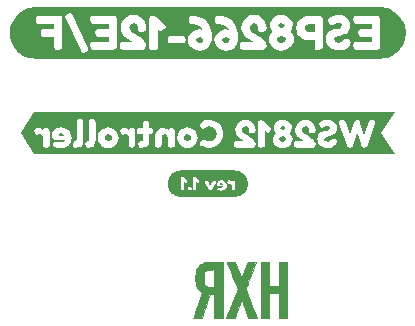
<source format=gbo>
G04 #@! TF.GenerationSoftware,KiCad,Pcbnew,(6.0.5-0)*
G04 #@! TF.CreationDate,2022-06-12T23:19:16+02:00*
G04 #@! TF.ProjectId,ESP8266-Breakout,45535038-3236-4362-9d42-7265616b6f75,1.1*
G04 #@! TF.SameCoordinates,PX2faf080PY2faf080*
G04 #@! TF.FileFunction,Legend,Bot*
G04 #@! TF.FilePolarity,Positive*
%FSLAX46Y46*%
G04 Gerber Fmt 4.6, Leading zero omitted, Abs format (unit mm)*
G04 Created by KiCad (PCBNEW (6.0.5-0)) date 2022-06-12 23:19:16*
%MOMM*%
%LPD*%
G01*
G04 APERTURE LIST*
%ADD10C,0.010000*%
%ADD11R,1.700000X1.700000*%
%ADD12O,1.700000X1.700000*%
G04 APERTURE END LIST*
G04 #@! TO.C,kibuzzard-62A6557D*
G36*
X22595979Y-28350238D02*
G01*
X22488658Y-28334318D01*
X22383415Y-28307956D01*
X22281263Y-28271406D01*
X22183185Y-28225018D01*
X22090126Y-28169241D01*
X22002982Y-28104611D01*
X21922593Y-28031750D01*
X21849732Y-27951361D01*
X21785102Y-27864217D01*
X21729325Y-27771158D01*
X21688939Y-27685769D01*
X22704475Y-27685769D01*
X22706856Y-27740538D01*
X22721938Y-27782606D01*
X22764006Y-27814753D01*
X22845763Y-27825469D01*
X22925534Y-27815150D01*
X22968000Y-27784194D01*
X22983081Y-27740538D01*
X22985463Y-27682594D01*
X22985463Y-27677831D01*
X23326775Y-27677831D01*
X23329156Y-27734188D01*
X23345825Y-27777844D01*
X23387695Y-27812372D01*
X23465681Y-27823881D01*
X23545453Y-27816341D01*
X23592681Y-27793719D01*
X23621918Y-27685769D01*
X23726825Y-27685769D01*
X23729206Y-27740538D01*
X23744288Y-27782606D01*
X23786356Y-27814753D01*
X23868113Y-27825469D01*
X23947884Y-27815150D01*
X23990350Y-27784194D01*
X24005431Y-27740538D01*
X24007813Y-27682594D01*
X24007813Y-27115856D01*
X24028450Y-27134906D01*
X24139575Y-27184119D01*
X24235619Y-27128556D01*
X24245298Y-27109506D01*
X24734888Y-27109506D01*
X24766638Y-27196819D01*
X25095250Y-27760381D01*
X25146050Y-27808800D01*
X25215106Y-27830231D01*
X25280194Y-27813563D01*
X25323850Y-27779431D01*
X25338138Y-27761969D01*
X25605730Y-27303975D01*
X25763588Y-27303975D01*
X25775692Y-27388906D01*
X25812006Y-27448438D01*
X25919163Y-27495269D01*
X26295400Y-27495269D01*
X26243013Y-27569881D01*
X26138238Y-27600044D01*
X26056084Y-27595281D01*
X25993775Y-27580994D01*
X25976313Y-27574644D01*
X25912813Y-27557181D01*
X25825500Y-27628619D01*
X25804863Y-27701644D01*
X25825996Y-27763457D01*
X25889397Y-27807609D01*
X25995065Y-27834101D01*
X26143000Y-27842931D01*
X26253927Y-27832811D01*
X26351756Y-27802450D01*
X26432917Y-27755420D01*
X26493838Y-27695294D01*
X26549400Y-27606217D01*
X26582738Y-27510438D01*
X26593850Y-27407956D01*
X26579474Y-27283514D01*
X26536347Y-27176887D01*
X26475390Y-27101569D01*
X26657350Y-27101569D01*
X26687513Y-27212694D01*
X26774825Y-27273019D01*
X26829594Y-27260319D01*
X26898650Y-27247619D01*
X26978819Y-27277781D01*
X27016125Y-27350806D01*
X27016125Y-27684181D01*
X27018506Y-27738950D01*
X27033588Y-27781019D01*
X27076450Y-27811975D01*
X27157413Y-27822294D01*
X27266950Y-27795306D01*
X27295525Y-27727044D01*
X27295525Y-27123794D01*
X27293144Y-27069025D01*
X27279650Y-27028544D01*
X27237581Y-26996397D01*
X27155825Y-26985681D01*
X27078434Y-26994809D01*
X27036763Y-27022194D01*
X27019300Y-27074581D01*
X26996281Y-27047594D01*
X26931988Y-27004731D01*
X26845469Y-26977744D01*
X26782763Y-26981712D01*
X26727200Y-26995206D01*
X26677194Y-27027750D01*
X26657350Y-27101569D01*
X26475390Y-27101569D01*
X26464469Y-27088075D01*
X26371071Y-27021488D01*
X26263385Y-26981536D01*
X26141413Y-26968219D01*
X26038423Y-26977942D01*
X25950119Y-27007112D01*
X25876498Y-27055730D01*
X25817563Y-27123794D01*
X25777081Y-27210114D01*
X25763588Y-27303975D01*
X25605730Y-27303975D01*
X25668338Y-27196819D01*
X25700088Y-27111094D01*
X25679450Y-27055928D01*
X25617538Y-27004731D01*
X25522288Y-26969806D01*
X25467519Y-26991237D01*
X25425450Y-27055531D01*
X25217488Y-27455581D01*
X25009525Y-27055531D01*
X24983331Y-27011875D01*
X24955550Y-26984887D01*
X24904750Y-26971394D01*
X24817438Y-27004731D01*
X24755525Y-27055531D01*
X24734888Y-27109506D01*
X24245298Y-27109506D01*
X24285625Y-27030131D01*
X24228475Y-26936469D01*
X23968125Y-26701519D01*
X23963363Y-26698344D01*
X23873669Y-26657069D01*
X23798263Y-26665006D01*
X23756988Y-26683262D01*
X23734763Y-26717394D01*
X23726825Y-26801531D01*
X23726825Y-27685769D01*
X23621918Y-27685769D01*
X23623638Y-27679419D01*
X23623638Y-27673069D01*
X23621256Y-27617506D01*
X23606175Y-27574644D01*
X23564305Y-27538925D01*
X23486319Y-27527019D01*
X23405158Y-27535353D01*
X23353763Y-27560356D01*
X23326775Y-27671481D01*
X23326775Y-27677831D01*
X22985463Y-27677831D01*
X22985463Y-27115856D01*
X23006100Y-27134906D01*
X23117225Y-27184119D01*
X23213269Y-27128556D01*
X23263275Y-27030131D01*
X23206125Y-26936469D01*
X22945775Y-26701519D01*
X22941013Y-26698344D01*
X22851319Y-26657069D01*
X22775913Y-26665006D01*
X22734638Y-26683262D01*
X22712413Y-26717394D01*
X22704475Y-26801531D01*
X22704475Y-27685769D01*
X21688939Y-27685769D01*
X21682937Y-27673080D01*
X21646386Y-27570928D01*
X21620024Y-27465684D01*
X21604105Y-27358364D01*
X21598781Y-27250000D01*
X21604105Y-27141636D01*
X21620024Y-27034316D01*
X21646386Y-26929072D01*
X21682937Y-26826920D01*
X21729325Y-26728842D01*
X21785102Y-26635783D01*
X21849732Y-26548639D01*
X21922593Y-26468250D01*
X22002982Y-26395389D01*
X22090126Y-26330759D01*
X22183185Y-26274982D01*
X22281263Y-26228594D01*
X22383415Y-26192044D01*
X22488658Y-26165682D01*
X22595979Y-26149762D01*
X22704343Y-26144439D01*
X27295657Y-26144439D01*
X27404021Y-26149762D01*
X27511342Y-26165682D01*
X27616585Y-26192044D01*
X27718737Y-26228594D01*
X27816815Y-26274982D01*
X27909874Y-26330759D01*
X27997018Y-26395389D01*
X28077407Y-26468250D01*
X28150268Y-26548639D01*
X28214898Y-26635783D01*
X28270675Y-26728842D01*
X28317063Y-26826920D01*
X28353614Y-26929072D01*
X28379976Y-27034316D01*
X28395895Y-27141636D01*
X28401219Y-27250000D01*
X28395895Y-27358364D01*
X28379976Y-27465684D01*
X28353614Y-27570928D01*
X28317063Y-27673080D01*
X28270675Y-27771158D01*
X28214898Y-27864217D01*
X28150268Y-27951361D01*
X28077407Y-28031750D01*
X27997018Y-28104611D01*
X27909874Y-28169241D01*
X27816815Y-28225018D01*
X27718737Y-28271406D01*
X27616585Y-28307956D01*
X27511342Y-28334318D01*
X27404021Y-28350238D01*
X27295657Y-28355561D01*
X22704343Y-28355561D01*
X22595979Y-28350238D01*
G37*
G36*
X26247775Y-27261113D02*
G01*
X26298575Y-27350806D01*
X26098550Y-27350806D01*
X26038225Y-27300006D01*
X26066006Y-27241269D01*
X26145381Y-27219044D01*
X26247775Y-27261113D01*
G37*
G04 #@! TO.C,kibuzzard-62A6554C*
G36*
X9141162Y-23000000D02*
G01*
X9296737Y-22766637D01*
X10318205Y-22766637D01*
X10378530Y-22988887D01*
X10553155Y-23109538D01*
X10662692Y-23084138D01*
X10800805Y-23058738D01*
X10961142Y-23119063D01*
X11035755Y-23265113D01*
X11035755Y-23931863D01*
X11040517Y-24041400D01*
X11070680Y-24125538D01*
X11156405Y-24187450D01*
X11318330Y-24208088D01*
X11537405Y-24154113D01*
X11594555Y-24017588D01*
X11594555Y-23171450D01*
X11800930Y-23171450D01*
X11825139Y-23341313D01*
X11897767Y-23460375D01*
X12112080Y-23554038D01*
X12864555Y-23554038D01*
X12759780Y-23703263D01*
X12550230Y-23763588D01*
X12385923Y-23754063D01*
X12261305Y-23725488D01*
X12226380Y-23712788D01*
X12099380Y-23677863D01*
X11924755Y-23820738D01*
X11883480Y-23966788D01*
X11925747Y-24090414D01*
X12052548Y-24178719D01*
X12263884Y-24231702D01*
X12559755Y-24249363D01*
X12781608Y-24229122D01*
X12977267Y-24168400D01*
X13139589Y-24074341D01*
X13261430Y-23954088D01*
X13275293Y-23931863D01*
X13588455Y-23931863D01*
X13604330Y-24092994D01*
X13651955Y-24176338D01*
X13791655Y-24209675D01*
X14045655Y-24195388D01*
X14247267Y-24139031D01*
X14363155Y-24033463D01*
X14396755Y-23931863D01*
X14626680Y-23931863D01*
X14642555Y-24092994D01*
X14690180Y-24176338D01*
X14829880Y-24209675D01*
X15083880Y-24195388D01*
X15285492Y-24139031D01*
X15401380Y-24033463D01*
X15468055Y-23831850D01*
X15490280Y-23538163D01*
X15490280Y-23369888D01*
X15696655Y-23369888D01*
X15730786Y-23618728D01*
X15833180Y-23838200D01*
X15984389Y-24016000D01*
X16164967Y-24139825D01*
X16363802Y-24212453D01*
X16569780Y-24236663D01*
X16776155Y-24210866D01*
X16976180Y-24133475D01*
X17157552Y-24005681D01*
X17307967Y-23828675D01*
X17409170Y-23613966D01*
X17442905Y-23373063D01*
X17413271Y-23133879D01*
X17324371Y-22924329D01*
X17194508Y-22766637D01*
X17569905Y-22766637D01*
X17630230Y-22988887D01*
X17804855Y-23109538D01*
X17914392Y-23084138D01*
X18052505Y-23058738D01*
X18212842Y-23119063D01*
X18287455Y-23265113D01*
X18287455Y-23931863D01*
X18292217Y-24041400D01*
X18322380Y-24125538D01*
X18408105Y-24187450D01*
X18570030Y-24208088D01*
X18789105Y-24154113D01*
X18846255Y-24017588D01*
X18846255Y-22820612D01*
X19020880Y-22820612D01*
X19042311Y-22981744D01*
X19106605Y-23065088D01*
X19190742Y-23092075D01*
X19300280Y-23096838D01*
X19506655Y-23084138D01*
X19506655Y-23522288D01*
X19479667Y-23646113D01*
X19378067Y-23684213D01*
X19263767Y-23688975D01*
X19179630Y-23719138D01*
X19106605Y-23931863D01*
X19128830Y-24092994D01*
X19195505Y-24176338D01*
X19279642Y-24203325D01*
X19386005Y-24208088D01*
X19588499Y-24191507D01*
X19755716Y-24141765D01*
X19887655Y-24058863D01*
X19982905Y-23936449D01*
X19985541Y-23928688D01*
X20525830Y-23928688D01*
X20530592Y-24038225D01*
X20557580Y-24119188D01*
X20641717Y-24183481D01*
X20805230Y-24204913D01*
X20983030Y-24175544D01*
X21065580Y-24087438D01*
X21084630Y-23925513D01*
X21084630Y-23366713D01*
X21159242Y-23163513D01*
X21359267Y-23090488D01*
X21562467Y-23166688D01*
X21640255Y-23366713D01*
X21640255Y-23928688D01*
X21645017Y-24038225D01*
X21675180Y-24119188D01*
X21756936Y-24183481D01*
X21919655Y-24204913D01*
X22080786Y-24183481D01*
X22164130Y-24119188D01*
X22191117Y-24035050D01*
X22195880Y-23925513D01*
X22195880Y-23369888D01*
X22402255Y-23369888D01*
X22436386Y-23618728D01*
X22538780Y-23838200D01*
X22689989Y-24016000D01*
X22870567Y-24139825D01*
X23069402Y-24212453D01*
X23275380Y-24236663D01*
X23481755Y-24210866D01*
X23681780Y-24133475D01*
X23863152Y-24005681D01*
X24013567Y-23828675D01*
X24114770Y-23613966D01*
X24148505Y-23373063D01*
X24118871Y-23133879D01*
X24029971Y-22924329D01*
X23881805Y-22744412D01*
X23695538Y-22606829D01*
X23492338Y-22524279D01*
X23272205Y-22496762D01*
X23052424Y-22524103D01*
X22850282Y-22606124D01*
X22665780Y-22742825D01*
X22519377Y-22921860D01*
X22431535Y-23130881D01*
X22402255Y-23369888D01*
X22195880Y-23369888D01*
X22195880Y-22801562D01*
X22191117Y-22695200D01*
X22160955Y-22614237D01*
X22077611Y-22554706D01*
X21916480Y-22534862D01*
X21760111Y-22553119D01*
X21678355Y-22607887D01*
X21646605Y-22738062D01*
X21589455Y-22674562D01*
X21503730Y-22607887D01*
X21265605Y-22534862D01*
X21065756Y-22561850D01*
X20889544Y-22642812D01*
X20736967Y-22777750D01*
X20619669Y-22951493D01*
X20549289Y-23148872D01*
X20525830Y-23369888D01*
X20525830Y-23928688D01*
X19985541Y-23928688D01*
X20040055Y-23768174D01*
X20059105Y-23554038D01*
X20059105Y-23084138D01*
X20189280Y-23093663D01*
X20305167Y-23039688D01*
X20351205Y-22855537D01*
X20335330Y-22666625D01*
X20290880Y-22582487D01*
X20163880Y-22541212D01*
X20059105Y-22553912D01*
X20059105Y-22250700D01*
X24307255Y-22250700D01*
X24373930Y-22426912D01*
X24491405Y-22555500D01*
X24596180Y-22598362D01*
X24758105Y-22528512D01*
X24913680Y-22447550D01*
X25113705Y-22420562D01*
X25318492Y-22456281D01*
X25520105Y-22563437D01*
X25678855Y-22760287D01*
X25726480Y-22895622D01*
X25742355Y-23047625D01*
X25726480Y-23199628D01*
X25678855Y-23334963D01*
X25516930Y-23534988D01*
X25319286Y-23639763D01*
X25113705Y-23674688D01*
X24927967Y-23649288D01*
X24802555Y-23598488D01*
X24745405Y-23557213D01*
X24593005Y-23493713D01*
X24490611Y-23538163D01*
X24380280Y-23671513D01*
X24310430Y-23849313D01*
X24353292Y-23960438D01*
X24453305Y-24039813D01*
X24562842Y-24106488D01*
X24777155Y-24189038D01*
X24936302Y-24227138D01*
X25089892Y-24239838D01*
X25241498Y-24229916D01*
X25394692Y-24200150D01*
X25551061Y-24146969D01*
X25712192Y-24066800D01*
X25867370Y-23962819D01*
X25900013Y-23933450D01*
X27234605Y-23933450D01*
X27255242Y-24093788D01*
X27323505Y-24176338D01*
X27520355Y-24214438D01*
X28761780Y-24214438D01*
X28958630Y-24128713D01*
X29038559Y-23935038D01*
X29247555Y-23935038D01*
X29252317Y-24044575D01*
X29282480Y-24128713D01*
X29366617Y-24193006D01*
X29530130Y-24214438D01*
X29689673Y-24193800D01*
X29774605Y-24131888D01*
X29804767Y-24044575D01*
X29809530Y-23928688D01*
X29809530Y-23461963D01*
X30492155Y-23461963D01*
X30520906Y-23683683D01*
X30607160Y-23874713D01*
X30750917Y-24035050D01*
X30931010Y-24155876D01*
X31126273Y-24228372D01*
X31336705Y-24252538D01*
X31547137Y-24228549D01*
X31742399Y-24156582D01*
X31922492Y-24036638D01*
X32015315Y-23933450D01*
X32308255Y-23933450D01*
X32328892Y-24093788D01*
X32397155Y-24176338D01*
X32594005Y-24214438D01*
X33835430Y-24214438D01*
X34032280Y-24128713D01*
X34114830Y-23928688D01*
X34085064Y-23763984D01*
X33995767Y-23612775D01*
X33864402Y-23478631D01*
X33845861Y-23465138D01*
X34273580Y-23465138D01*
X34294217Y-23659209D01*
X34356130Y-23828675D01*
X34451380Y-23967978D01*
X34572030Y-24071563D01*
X34747360Y-24165049D01*
X34930452Y-24221140D01*
X35121305Y-24239838D01*
X35266561Y-24230709D01*
X35403880Y-24203325D01*
X35619780Y-24112838D01*
X35762655Y-24012825D01*
X35854730Y-23915988D01*
X35883305Y-23881063D01*
X35965855Y-23698500D01*
X35931723Y-23604441D01*
X35829330Y-23484188D01*
X35661055Y-23407988D01*
X35554692Y-23447675D01*
X35413405Y-23566738D01*
X35286405Y-23669925D01*
X35134005Y-23719138D01*
X34969963Y-23692326D01*
X34871538Y-23611893D01*
X34838730Y-23477838D01*
X34919692Y-23355600D01*
X35121305Y-23284163D01*
X35246717Y-23255191D01*
X35381655Y-23212725D01*
X35516592Y-23159147D01*
X35642005Y-23096838D01*
X35752733Y-23010716D01*
X35843617Y-22885700D01*
X35904339Y-22726553D01*
X35924580Y-22538037D01*
X35901473Y-22359708D01*
X35832152Y-22197254D01*
X35752904Y-22096712D01*
X36092855Y-22096712D01*
X36130955Y-22252287D01*
X36740555Y-24014412D01*
X36762780Y-24068388D01*
X36846917Y-24152525D01*
X37008842Y-24204913D01*
X37170767Y-24152525D01*
X37261255Y-24049338D01*
X37632730Y-22953962D01*
X37759857Y-23329629D01*
X37859298Y-23623507D01*
X37931053Y-23835597D01*
X37975122Y-23965899D01*
X37991505Y-24014412D01*
X38020080Y-24068388D01*
X38070880Y-24131888D01*
X38245505Y-24204913D01*
X38412192Y-24157288D01*
X38499505Y-24062038D01*
X38521730Y-24014412D01*
X39134505Y-22252287D01*
X39169430Y-22096712D01*
X39116248Y-21983206D01*
X38956705Y-21896687D01*
X38790017Y-21864937D01*
X38675717Y-21915737D01*
X38604280Y-22071312D01*
X38255030Y-23131763D01*
X37908955Y-22087187D01*
X37846248Y-21974475D01*
X37747030Y-21903037D01*
X37615267Y-21880812D01*
X37464455Y-21933200D01*
X37375555Y-22036387D01*
X37010430Y-23138113D01*
X36661180Y-22071312D01*
X36619905Y-21963362D01*
X36561167Y-21895100D01*
X36454805Y-21861762D01*
X36305580Y-21893512D01*
X36146036Y-21982412D01*
X36092855Y-22096712D01*
X35752904Y-22096712D01*
X35716617Y-22050675D01*
X35561219Y-21935140D01*
X35372306Y-21865819D01*
X35149880Y-21842712D01*
X34967714Y-21855016D01*
X34802217Y-21891925D01*
X34584730Y-21991937D01*
X34505355Y-22052262D01*
X34406930Y-22207837D01*
X34483130Y-22382462D01*
X34592667Y-22501525D01*
X34705380Y-22541212D01*
X34870480Y-22477712D01*
X34906992Y-22445962D01*
X34956205Y-22404687D01*
X35126067Y-22363412D01*
X35297517Y-22412625D01*
X35365780Y-22549150D01*
X35284817Y-22690437D01*
X35083205Y-22763462D01*
X34956998Y-22787672D01*
X34819680Y-22822200D01*
X34682361Y-22866253D01*
X34556155Y-22919037D01*
X34445427Y-22997222D01*
X34354542Y-23117475D01*
X34293820Y-23275034D01*
X34273580Y-23465138D01*
X33845861Y-23465138D01*
X33708430Y-23365125D01*
X33540155Y-23262731D01*
X33371880Y-23161925D01*
X33215908Y-23055166D01*
X33084542Y-22934912D01*
X32995245Y-22803944D01*
X32965480Y-22665037D01*
X32987705Y-22584075D01*
X33036917Y-22498350D01*
X33121055Y-22436437D01*
X33279805Y-22407862D01*
X33456017Y-22482475D01*
X33540155Y-22630112D01*
X33552855Y-22703137D01*
X33552855Y-22722187D01*
X33557617Y-22826962D01*
X33587780Y-22906337D01*
X33673505Y-22963487D01*
X33835430Y-22982537D01*
X34012436Y-22952375D01*
X34098955Y-22861887D01*
X34114830Y-22699962D01*
X34088548Y-22487414D01*
X34009702Y-22290035D01*
X33878292Y-22107825D01*
X33704373Y-21962304D01*
X33497998Y-21874992D01*
X33259167Y-21845887D01*
X33020160Y-21875344D01*
X32813256Y-21963715D01*
X32638455Y-22111000D01*
X32506163Y-22296032D01*
X32426788Y-22497644D01*
X32400330Y-22715837D01*
X32420173Y-22892050D01*
X32479705Y-23058738D01*
X32567017Y-23204788D01*
X32670205Y-23319088D01*
X32892455Y-23494506D01*
X33089305Y-23601663D01*
X33168680Y-23633413D01*
X33168680Y-23649288D01*
X32587655Y-23649288D01*
X32401917Y-23679450D01*
X32327305Y-23771525D01*
X32308255Y-23933450D01*
X32015315Y-23933450D01*
X32066249Y-23876829D01*
X32152503Y-23685271D01*
X32181255Y-23461963D01*
X32164983Y-23330597D01*
X32116167Y-23203200D01*
X31987580Y-23020638D01*
X31920905Y-22960312D01*
X31974880Y-22909512D01*
X32059017Y-22771400D01*
X32111405Y-22550737D01*
X32085299Y-22355299D01*
X32006982Y-22183849D01*
X31876455Y-22036387D01*
X31711355Y-21923499D01*
X31529321Y-21855765D01*
X31330355Y-21833187D01*
X31132094Y-21856118D01*
X30952177Y-21924910D01*
X30790605Y-22039562D01*
X30663605Y-22189846D01*
X30587405Y-22365529D01*
X30562005Y-22566612D01*
X30608042Y-22760287D01*
X30701705Y-22909512D01*
X30749330Y-22960312D01*
X30677892Y-23025400D01*
X30563592Y-23198438D01*
X30510014Y-23329406D01*
X30492155Y-23461963D01*
X29809530Y-23461963D01*
X29809530Y-22795212D01*
X29850805Y-22833312D01*
X30073055Y-22931737D01*
X30265142Y-22820612D01*
X30365155Y-22623762D01*
X30250855Y-22436437D01*
X29730155Y-21966537D01*
X29720630Y-21960187D01*
X29541242Y-21877637D01*
X29390430Y-21893512D01*
X29307880Y-21930025D01*
X29263430Y-21998287D01*
X29247555Y-22166562D01*
X29247555Y-23935038D01*
X29038559Y-23935038D01*
X29041180Y-23928688D01*
X29011414Y-23763984D01*
X28922117Y-23612775D01*
X28790752Y-23478631D01*
X28634780Y-23365125D01*
X28466505Y-23262731D01*
X28298230Y-23161925D01*
X28142258Y-23055166D01*
X28010892Y-22934912D01*
X27921595Y-22803944D01*
X27891830Y-22665037D01*
X27914055Y-22584075D01*
X27963267Y-22498350D01*
X28047405Y-22436437D01*
X28206155Y-22407862D01*
X28382367Y-22482475D01*
X28466505Y-22630112D01*
X28479205Y-22703137D01*
X28479205Y-22722187D01*
X28483967Y-22826962D01*
X28514130Y-22906337D01*
X28599855Y-22963487D01*
X28761780Y-22982537D01*
X28938786Y-22952375D01*
X29025305Y-22861887D01*
X29041180Y-22699962D01*
X29014898Y-22487414D01*
X28936052Y-22290035D01*
X28804642Y-22107825D01*
X28630723Y-21962304D01*
X28424348Y-21874992D01*
X28185517Y-21845887D01*
X27946510Y-21875344D01*
X27739606Y-21963715D01*
X27564805Y-22111000D01*
X27432513Y-22296032D01*
X27353138Y-22497644D01*
X27326680Y-22715837D01*
X27346523Y-22892050D01*
X27406055Y-23058738D01*
X27493367Y-23204788D01*
X27596555Y-23319088D01*
X27818805Y-23494506D01*
X28015655Y-23601663D01*
X28095030Y-23633413D01*
X28095030Y-23649288D01*
X27514005Y-23649288D01*
X27328267Y-23679450D01*
X27253655Y-23771525D01*
X27234605Y-23933450D01*
X25900013Y-23933450D01*
X26005880Y-23838200D01*
X26124545Y-23684213D01*
X26220192Y-23492125D01*
X26283295Y-23271859D01*
X26304330Y-23033338D01*
X26283692Y-22797197D01*
X26221780Y-22584075D01*
X26127720Y-22399925D01*
X26010642Y-22250700D01*
X25872927Y-22129653D01*
X25716955Y-22030037D01*
X25509169Y-21934787D01*
X25300677Y-21877637D01*
X25091480Y-21858587D01*
X24941064Y-21870097D01*
X24788267Y-21904625D01*
X24554905Y-21998287D01*
X24478705Y-22042737D01*
X24389805Y-22099887D01*
X24307255Y-22250700D01*
X20059105Y-22250700D01*
X20059105Y-22226887D01*
X20054342Y-22118937D01*
X20024180Y-22042737D01*
X19942423Y-21983206D01*
X19779705Y-21963362D01*
X19607461Y-21992731D01*
X19522530Y-22080837D01*
X19506655Y-22242762D01*
X19506655Y-22553912D01*
X19295517Y-22541212D01*
X19187567Y-22545975D01*
X19103430Y-22576137D01*
X19041517Y-22657894D01*
X19020880Y-22820612D01*
X18846255Y-22820612D01*
X18846255Y-22811087D01*
X18841492Y-22701550D01*
X18814505Y-22620587D01*
X18730367Y-22556294D01*
X18566855Y-22534862D01*
X18412073Y-22553119D01*
X18328730Y-22607887D01*
X18293805Y-22712662D01*
X18247767Y-22658687D01*
X18119180Y-22572962D01*
X17946142Y-22518987D01*
X17820730Y-22526925D01*
X17709605Y-22553912D01*
X17609592Y-22619000D01*
X17569905Y-22766637D01*
X17194508Y-22766637D01*
X17176205Y-22744412D01*
X16989938Y-22606829D01*
X16786738Y-22524279D01*
X16566605Y-22496762D01*
X16346824Y-22524103D01*
X16144682Y-22606124D01*
X15960180Y-22742825D01*
X15813777Y-22921860D01*
X15725935Y-23130881D01*
X15696655Y-23369888D01*
X15490280Y-23369888D01*
X15490280Y-22026862D01*
X15485517Y-21917325D01*
X15458530Y-21833187D01*
X15374392Y-21768894D01*
X15210880Y-21747462D01*
X15053717Y-21768894D01*
X14969580Y-21833187D01*
X14939417Y-21918912D01*
X14934655Y-22030037D01*
X14934655Y-23500062D01*
X14915605Y-23644525D01*
X14831467Y-23674688D01*
X14744155Y-23679450D01*
X14690180Y-23706438D01*
X14626680Y-23931863D01*
X14396755Y-23931863D01*
X14429830Y-23831850D01*
X14452055Y-23538163D01*
X14452055Y-22026862D01*
X14447292Y-21917325D01*
X14420305Y-21833187D01*
X14336167Y-21768894D01*
X14172655Y-21747462D01*
X14015492Y-21768894D01*
X13931355Y-21833187D01*
X13901192Y-21918912D01*
X13896430Y-22030037D01*
X13896430Y-23500062D01*
X13877380Y-23644525D01*
X13793242Y-23674688D01*
X13705930Y-23679450D01*
X13651955Y-23706438D01*
X13588455Y-23931863D01*
X13275293Y-23931863D01*
X13372555Y-23775935D01*
X13439230Y-23584376D01*
X13461455Y-23379413D01*
X13432703Y-23130528D01*
X13346449Y-22917274D01*
X13202692Y-22739650D01*
X13015896Y-22606476D01*
X12800526Y-22526572D01*
X12556580Y-22499938D01*
X12350602Y-22519384D01*
X12173992Y-22577725D01*
X12026752Y-22674959D01*
X11908880Y-22811087D01*
X11827917Y-22983728D01*
X11800930Y-23171450D01*
X11594555Y-23171450D01*
X11594555Y-22811087D01*
X11589792Y-22701550D01*
X11562805Y-22620587D01*
X11478667Y-22556294D01*
X11315155Y-22534862D01*
X11160373Y-22553119D01*
X11077030Y-22607887D01*
X11042105Y-22712662D01*
X10996067Y-22658687D01*
X10867480Y-22572962D01*
X10694442Y-22518987D01*
X10569030Y-22526925D01*
X10457905Y-22553912D01*
X10357892Y-22619000D01*
X10318205Y-22766637D01*
X9296737Y-22766637D01*
X10317940Y-21234832D01*
X40858838Y-21234832D01*
X39682060Y-23000000D01*
X40858838Y-24765168D01*
X10317940Y-24765168D01*
X9141162Y-23000000D01*
G37*
G36*
X16782505Y-23134938D02*
G01*
X16856323Y-23232966D01*
X16880930Y-23368300D01*
X16855530Y-23503238D01*
X16779330Y-23600075D01*
X16572955Y-23677863D01*
X16363405Y-23598488D01*
X16284823Y-23500062D01*
X16258630Y-23363538D01*
X16283236Y-23227806D01*
X16357055Y-23131763D01*
X16569780Y-23055563D01*
X16782505Y-23134938D01*
G37*
G36*
X23488105Y-23134938D02*
G01*
X23561923Y-23232966D01*
X23586530Y-23368300D01*
X23561130Y-23503238D01*
X23484930Y-23600075D01*
X23278555Y-23677863D01*
X23069005Y-23598488D01*
X22990423Y-23500062D01*
X22964230Y-23363538D01*
X22988836Y-23227806D01*
X23062655Y-23131763D01*
X23275380Y-23055563D01*
X23488105Y-23134938D01*
G37*
G36*
X31546255Y-23311150D02*
G01*
X31619280Y-23474663D01*
X31546255Y-23639763D01*
X31333530Y-23715963D01*
X31123980Y-23639763D01*
X31054130Y-23476250D01*
X31125567Y-23312738D01*
X31335117Y-23236538D01*
X31546255Y-23311150D01*
G37*
G36*
X12769305Y-23085725D02*
G01*
X12870905Y-23265113D01*
X12470855Y-23265113D01*
X12350205Y-23163513D01*
X12405767Y-23046038D01*
X12564517Y-23001588D01*
X12769305Y-23085725D01*
G37*
G36*
X31495455Y-22426912D02*
G01*
X31546255Y-22545975D01*
X31490692Y-22668212D01*
X31331942Y-22725362D01*
X31176367Y-22668212D01*
X31123980Y-22547562D01*
X31177955Y-22428500D01*
X31338292Y-22372937D01*
X31495455Y-22426912D01*
G37*
G04 #@! TO.C,kibuzzard-62A65508*
G36*
X10203257Y-16665061D02*
G01*
X9992071Y-16633734D01*
X9784972Y-16581859D01*
X9583956Y-16509934D01*
X9390957Y-16418652D01*
X9207834Y-16308892D01*
X9036352Y-16181712D01*
X8878161Y-16038336D01*
X8734785Y-15880146D01*
X8607605Y-15708663D01*
X8497846Y-15525541D01*
X8406564Y-15332542D01*
X8334639Y-15131525D01*
X8282763Y-14924426D01*
X8251437Y-14713240D01*
X8240961Y-14500000D01*
X8251437Y-14286760D01*
X8282763Y-14075574D01*
X8334639Y-13868475D01*
X8406564Y-13667458D01*
X8497846Y-13474459D01*
X8551597Y-13384781D01*
X10416828Y-13384781D01*
X10440640Y-13587187D01*
X10523984Y-13692359D01*
X10629156Y-13728078D01*
X10770047Y-13734031D01*
X11984484Y-13734031D01*
X11984484Y-14134875D01*
X11202640Y-14134875D01*
X11061750Y-14140828D01*
X10956578Y-14178531D01*
X10879187Y-14286680D01*
X10853390Y-14492062D01*
X10891094Y-14713320D01*
X11004203Y-14821469D01*
X11206609Y-14841313D01*
X11984484Y-14841313D01*
X11984484Y-15591406D01*
X11990437Y-15730313D01*
X12028140Y-15833500D01*
X12133312Y-15913867D01*
X12337703Y-15940656D01*
X12557969Y-15902953D01*
X12663140Y-15789844D01*
X12686953Y-15587438D01*
X12686953Y-13380812D01*
X12617514Y-13126812D01*
X12905234Y-13126812D01*
X12960797Y-13325250D01*
X14234765Y-15972406D01*
X14284375Y-16071625D01*
X14343906Y-16133141D01*
X14453047Y-16162906D01*
X14651484Y-16103375D01*
X14828094Y-15998203D01*
X14873734Y-15897000D01*
X14826109Y-15698563D01*
X14774839Y-15591406D01*
X15032484Y-15591406D01*
X15069195Y-15811672D01*
X15179328Y-15916844D01*
X15385703Y-15940656D01*
X16957328Y-15940656D01*
X17177594Y-15902953D01*
X17282765Y-15789844D01*
X17305411Y-15597359D01*
X17524859Y-15597359D01*
X17550656Y-15797781D01*
X17635984Y-15900969D01*
X17882047Y-15948594D01*
X19433828Y-15948594D01*
X19679890Y-15841438D01*
X19779802Y-15599344D01*
X20041047Y-15599344D01*
X20047000Y-15736266D01*
X20084703Y-15841438D01*
X20189875Y-15921805D01*
X20394265Y-15948594D01*
X20593695Y-15922797D01*
X20699859Y-15845406D01*
X20737562Y-15736266D01*
X20743515Y-15591406D01*
X20743515Y-15075469D01*
X21596797Y-15075469D01*
X21618625Y-15256047D01*
X21688078Y-15353281D01*
X21886515Y-15389000D01*
X22831078Y-15389000D01*
X23008680Y-15355266D01*
X23096984Y-15254063D01*
X23116828Y-15071500D01*
X23114182Y-15051656D01*
X23315265Y-15051656D01*
X23347236Y-15304333D01*
X23443147Y-15527906D01*
X23603000Y-15722375D01*
X23808272Y-15872306D01*
X24040444Y-15962264D01*
X24299515Y-15992250D01*
X24615252Y-15955429D01*
X24874543Y-15844965D01*
X25077390Y-15660859D01*
X25222911Y-15418545D01*
X25310224Y-15133457D01*
X25317485Y-15051656D01*
X25537765Y-15051656D01*
X25569736Y-15304333D01*
X25665647Y-15527906D01*
X25825500Y-15722375D01*
X26030772Y-15872306D01*
X26262944Y-15962264D01*
X26522015Y-15992250D01*
X26837752Y-15955429D01*
X27097043Y-15844965D01*
X27299890Y-15660859D01*
X27338025Y-15597359D01*
X27720578Y-15597359D01*
X27746375Y-15797781D01*
X27831703Y-15900969D01*
X28077765Y-15948594D01*
X29629547Y-15948594D01*
X29875609Y-15841438D01*
X29978797Y-15591406D01*
X29941590Y-15385527D01*
X29829969Y-15196516D01*
X29665762Y-15028836D01*
X29637131Y-15008000D01*
X30177234Y-15008000D01*
X30213173Y-15285151D01*
X30320991Y-15523938D01*
X30500687Y-15724359D01*
X30725804Y-15875392D01*
X30969882Y-15966012D01*
X31232922Y-15996219D01*
X31495962Y-15966233D01*
X31740040Y-15876274D01*
X31965156Y-15726344D01*
X32144852Y-15526583D01*
X32252670Y-15287135D01*
X32288609Y-15008000D01*
X32268269Y-14843793D01*
X32207250Y-14684547D01*
X32046515Y-14456344D01*
X31963172Y-14380937D01*
X32030640Y-14317437D01*
X32135812Y-14144797D01*
X32149474Y-14087250D01*
X32487047Y-14087250D01*
X32512844Y-14332816D01*
X32590234Y-14553578D01*
X32708305Y-14740605D01*
X32856140Y-14884969D01*
X33078390Y-15026080D01*
X33305932Y-15110747D01*
X33538765Y-15138969D01*
X34034859Y-15138969D01*
X34034859Y-15587438D01*
X34040812Y-15724359D01*
X34078515Y-15829531D01*
X34183687Y-15909898D01*
X34388078Y-15936688D01*
X34608344Y-15899977D01*
X34713515Y-15789844D01*
X34737328Y-15583469D01*
X34737328Y-15011969D01*
X34995297Y-15011969D01*
X35021094Y-15254559D01*
X35098484Y-15466391D01*
X35217547Y-15640520D01*
X35368359Y-15770000D01*
X35587522Y-15886858D01*
X35816387Y-15956972D01*
X36054953Y-15980344D01*
X36236523Y-15968934D01*
X36408172Y-15934703D01*
X36678047Y-15821594D01*
X36856640Y-15696578D01*
X36956640Y-15591406D01*
X37309078Y-15591406D01*
X37345789Y-15811672D01*
X37455922Y-15916844D01*
X37662297Y-15940656D01*
X39233922Y-15940656D01*
X39454187Y-15902953D01*
X39559359Y-15789844D01*
X39583172Y-15587438D01*
X39583172Y-13380812D01*
X39507765Y-13104984D01*
X39222015Y-13031562D01*
X37658328Y-13031562D01*
X37521406Y-13037516D01*
X37416234Y-13075219D01*
X37335867Y-13180391D01*
X37309078Y-13384781D01*
X37345789Y-13605047D01*
X37455922Y-13710219D01*
X37662297Y-13734031D01*
X38880703Y-13734031D01*
X38880703Y-14134875D01*
X38094890Y-14134875D01*
X37957969Y-14140828D01*
X37852797Y-14178531D01*
X37772430Y-14283703D01*
X37745640Y-14488094D01*
X37783344Y-14708359D01*
X37896453Y-14813531D01*
X38102828Y-14837344D01*
X38880703Y-14837344D01*
X38880703Y-15238188D01*
X37658328Y-15238188D01*
X37521406Y-15244141D01*
X37416234Y-15281844D01*
X37335867Y-15387016D01*
X37309078Y-15591406D01*
X36956640Y-15591406D01*
X36971734Y-15575531D01*
X37007453Y-15531875D01*
X37110640Y-15303672D01*
X37067976Y-15186098D01*
X36939984Y-15035781D01*
X36729640Y-14940531D01*
X36596687Y-14990141D01*
X36420078Y-15138969D01*
X36261328Y-15267953D01*
X36070828Y-15329469D01*
X35865776Y-15295955D01*
X35742745Y-15195413D01*
X35701734Y-15027844D01*
X35802937Y-14875047D01*
X36054953Y-14785750D01*
X36211719Y-14749535D01*
X36380390Y-14696453D01*
X36549062Y-14629480D01*
X36705828Y-14551594D01*
X36844238Y-14443941D01*
X36957844Y-14287672D01*
X37033746Y-14088738D01*
X37059047Y-13853094D01*
X37030163Y-13630182D01*
X36943512Y-13427115D01*
X36799094Y-13243891D01*
X36604845Y-13099472D01*
X36368705Y-13012821D01*
X36090672Y-12983937D01*
X35862965Y-12999316D01*
X35656094Y-13045453D01*
X35384234Y-13170469D01*
X35285015Y-13245875D01*
X35161984Y-13440344D01*
X35257234Y-13658625D01*
X35394156Y-13807453D01*
X35535047Y-13857062D01*
X35741422Y-13777687D01*
X35787062Y-13738000D01*
X35848578Y-13686406D01*
X36060906Y-13634812D01*
X36275219Y-13696328D01*
X36360547Y-13866984D01*
X36259344Y-14043594D01*
X36007328Y-14134875D01*
X35849570Y-14165137D01*
X35677922Y-14208297D01*
X35506273Y-14263363D01*
X35348515Y-14329344D01*
X35210105Y-14427074D01*
X35096500Y-14577391D01*
X35020597Y-14774340D01*
X34995297Y-15011969D01*
X34737328Y-15011969D01*
X34737328Y-13380812D01*
X34731375Y-13243891D01*
X34693672Y-13138719D01*
X34588500Y-13058352D01*
X34384109Y-13031562D01*
X33534797Y-13031562D01*
X33304168Y-13059785D01*
X33077949Y-13144451D01*
X32856140Y-13285562D01*
X32708305Y-13430422D01*
X32590234Y-13618937D01*
X32512844Y-13841187D01*
X32487047Y-14087250D01*
X32149474Y-14087250D01*
X32201297Y-13868969D01*
X32168665Y-13624670D01*
X32070769Y-13410358D01*
X31907609Y-13226031D01*
X31701234Y-13084920D01*
X31473693Y-13000253D01*
X31224984Y-12972031D01*
X30977158Y-13000694D01*
X30752262Y-13086684D01*
X30550297Y-13230000D01*
X30391547Y-13417854D01*
X30296297Y-13637458D01*
X30264547Y-13888812D01*
X30322094Y-14130906D01*
X30439172Y-14317437D01*
X30498703Y-14380937D01*
X30409406Y-14462297D01*
X30266531Y-14678594D01*
X30199558Y-14842305D01*
X30177234Y-15008000D01*
X29637131Y-15008000D01*
X29470797Y-14886953D01*
X29260453Y-14758961D01*
X29050109Y-14632953D01*
X28855144Y-14499504D01*
X28690937Y-14349187D01*
X28579316Y-14185477D01*
X28542109Y-14011844D01*
X28569890Y-13910641D01*
X28631406Y-13803484D01*
X28736578Y-13726094D01*
X28935015Y-13690375D01*
X29155281Y-13783641D01*
X29260453Y-13968187D01*
X29276328Y-14059469D01*
X29276328Y-14083281D01*
X29282281Y-14214250D01*
X29319984Y-14313469D01*
X29427140Y-14384906D01*
X29629547Y-14408719D01*
X29850805Y-14371016D01*
X29958953Y-14257906D01*
X29978797Y-14055500D01*
X29945944Y-13789814D01*
X29847387Y-13543090D01*
X29683125Y-13315328D01*
X29465726Y-13133427D01*
X29207757Y-13024286D01*
X28909219Y-12987906D01*
X28610460Y-13024727D01*
X28351830Y-13135191D01*
X28133328Y-13319297D01*
X27967963Y-13550587D01*
X27868745Y-13802602D01*
X27835672Y-14075344D01*
X27860476Y-14295609D01*
X27934890Y-14503969D01*
X28044031Y-14686531D01*
X28173015Y-14829406D01*
X28450828Y-15048680D01*
X28696890Y-15182625D01*
X28796109Y-15222313D01*
X28796109Y-15242156D01*
X28069828Y-15242156D01*
X27837656Y-15279859D01*
X27744390Y-15394953D01*
X27720578Y-15597359D01*
X27338025Y-15597359D01*
X27445411Y-15418545D01*
X27532724Y-15133457D01*
X27561828Y-14805594D01*
X27544604Y-14512383D01*
X27492930Y-14239174D01*
X27406809Y-13985967D01*
X27286238Y-13752764D01*
X27131219Y-13539562D01*
X26946354Y-13356682D01*
X26736249Y-13214442D01*
X26500902Y-13112842D01*
X26240314Y-13051882D01*
X25954484Y-13031562D01*
X25734219Y-13069266D01*
X25640953Y-13182375D01*
X25617140Y-13372875D01*
X25636984Y-13555437D01*
X25684609Y-13658625D01*
X25763984Y-13710219D01*
X25994172Y-13734031D01*
X26309687Y-13789594D01*
X26549797Y-13924531D01*
X26690687Y-14079312D01*
X26764109Y-14218219D01*
X26783953Y-14273781D01*
X26490265Y-14206312D01*
X26240896Y-14235196D01*
X26016661Y-14321847D01*
X25817562Y-14466266D01*
X25662120Y-14646844D01*
X25568854Y-14841974D01*
X25537765Y-15051656D01*
X25317485Y-15051656D01*
X25339328Y-14805594D01*
X25322104Y-14512383D01*
X25270430Y-14239174D01*
X25184309Y-13985967D01*
X25063738Y-13752764D01*
X24908719Y-13539562D01*
X24723854Y-13356682D01*
X24513749Y-13214442D01*
X24278402Y-13112842D01*
X24017814Y-13051882D01*
X23731984Y-13031562D01*
X23511719Y-13069266D01*
X23418453Y-13182375D01*
X23394640Y-13372875D01*
X23414484Y-13555437D01*
X23462109Y-13658625D01*
X23541484Y-13710219D01*
X23771672Y-13734031D01*
X24087187Y-13789594D01*
X24327297Y-13924531D01*
X24468187Y-14079312D01*
X24541609Y-14218219D01*
X24561453Y-14273781D01*
X24267765Y-14206312D01*
X24018396Y-14235196D01*
X23794161Y-14321847D01*
X23595062Y-14466266D01*
X23439620Y-14646844D01*
X23346354Y-14841974D01*
X23315265Y-15051656D01*
X23114182Y-15051656D01*
X23093015Y-14892906D01*
X23017609Y-14797656D01*
X22827109Y-14761938D01*
X21882547Y-14761938D01*
X21705937Y-14794680D01*
X21620609Y-14892906D01*
X21596797Y-15075469D01*
X20743515Y-15075469D01*
X20743515Y-14174562D01*
X20795109Y-14222187D01*
X21072922Y-14345219D01*
X21313031Y-14206312D01*
X21438047Y-13960250D01*
X21295172Y-13726094D01*
X20644297Y-13138719D01*
X20632390Y-13130781D01*
X20408156Y-13027594D01*
X20219640Y-13047437D01*
X20116453Y-13093078D01*
X20060890Y-13178406D01*
X20041047Y-13388750D01*
X20041047Y-15599344D01*
X19779802Y-15599344D01*
X19783078Y-15591406D01*
X19745871Y-15385527D01*
X19634250Y-15196516D01*
X19470043Y-15028836D01*
X19275078Y-14886953D01*
X19064734Y-14758961D01*
X18854390Y-14632953D01*
X18659426Y-14499504D01*
X18495219Y-14349187D01*
X18383597Y-14185477D01*
X18346390Y-14011844D01*
X18374172Y-13910641D01*
X18435687Y-13803484D01*
X18540859Y-13726094D01*
X18739297Y-13690375D01*
X18959562Y-13783641D01*
X19064734Y-13968187D01*
X19080609Y-14059469D01*
X19080609Y-14083281D01*
X19086562Y-14214250D01*
X19124265Y-14313469D01*
X19231422Y-14384906D01*
X19433828Y-14408719D01*
X19655086Y-14371016D01*
X19763234Y-14257906D01*
X19783078Y-14055500D01*
X19750226Y-13789814D01*
X19651668Y-13543090D01*
X19487406Y-13315328D01*
X19270007Y-13133427D01*
X19012038Y-13024286D01*
X18713500Y-12987906D01*
X18414741Y-13024727D01*
X18156111Y-13135191D01*
X17937609Y-13319297D01*
X17772245Y-13550587D01*
X17673026Y-13802602D01*
X17639953Y-14075344D01*
X17664758Y-14295609D01*
X17739172Y-14503969D01*
X17848312Y-14686531D01*
X17977297Y-14829406D01*
X18255109Y-15048680D01*
X18501172Y-15182625D01*
X18600390Y-15222313D01*
X18600390Y-15242156D01*
X17874109Y-15242156D01*
X17641937Y-15279859D01*
X17548672Y-15394953D01*
X17524859Y-15597359D01*
X17305411Y-15597359D01*
X17306578Y-15587438D01*
X17306578Y-13380812D01*
X17231172Y-13104984D01*
X16945422Y-13031562D01*
X15381734Y-13031562D01*
X15244812Y-13037516D01*
X15139640Y-13075219D01*
X15059273Y-13180391D01*
X15032484Y-13384781D01*
X15069195Y-13605047D01*
X15179328Y-13710219D01*
X15385703Y-13734031D01*
X16604109Y-13734031D01*
X16604109Y-14134875D01*
X15818297Y-14134875D01*
X15681375Y-14140828D01*
X15576203Y-14178531D01*
X15495836Y-14283703D01*
X15469047Y-14488094D01*
X15506750Y-14708359D01*
X15619859Y-14813531D01*
X15826234Y-14837344D01*
X16604109Y-14837344D01*
X16604109Y-15238188D01*
X15381734Y-15238188D01*
X15244812Y-15244141D01*
X15139640Y-15281844D01*
X15059273Y-15387016D01*
X15032484Y-15591406D01*
X14774839Y-15591406D01*
X13548172Y-13027594D01*
X13413234Y-12852969D01*
X13319969Y-12837094D01*
X13119547Y-12900594D01*
X12958812Y-13008742D01*
X12905234Y-13126812D01*
X12617514Y-13126812D01*
X12611547Y-13104984D01*
X12325797Y-13031562D01*
X10762109Y-13031562D01*
X10625187Y-13037516D01*
X10522000Y-13075219D01*
X10440640Y-13182375D01*
X10416828Y-13384781D01*
X8551597Y-13384781D01*
X8607605Y-13291337D01*
X8734785Y-13119854D01*
X8878161Y-12961664D01*
X9036352Y-12818288D01*
X9207834Y-12691108D01*
X9390957Y-12581348D01*
X9583956Y-12490066D01*
X9784972Y-12418141D01*
X9992071Y-12366266D01*
X10203257Y-12334939D01*
X10416497Y-12324464D01*
X39583502Y-12324464D01*
X39796742Y-12334939D01*
X40007929Y-12366266D01*
X40215027Y-12418141D01*
X40416044Y-12490066D01*
X40609043Y-12581348D01*
X40792166Y-12691108D01*
X40963648Y-12818288D01*
X41121839Y-12961663D01*
X41265215Y-13119854D01*
X41392395Y-13291337D01*
X41502154Y-13474459D01*
X41593436Y-13667458D01*
X41665361Y-13868475D01*
X41717237Y-14075574D01*
X41748563Y-14286760D01*
X41759039Y-14500000D01*
X41748563Y-14713240D01*
X41717237Y-14924426D01*
X41665361Y-15131525D01*
X41593436Y-15332542D01*
X41502154Y-15525541D01*
X41392395Y-15708663D01*
X41265215Y-15880146D01*
X41121839Y-16038337D01*
X40963648Y-16181712D01*
X40792166Y-16308892D01*
X40609043Y-16418652D01*
X40416044Y-16509934D01*
X40215027Y-16581859D01*
X40007929Y-16633734D01*
X39796742Y-16665061D01*
X39583502Y-16675536D01*
X10416497Y-16675536D01*
X10203257Y-16665061D01*
G37*
G36*
X34034859Y-14436500D02*
G01*
X33534797Y-14436500D01*
X33300640Y-14349187D01*
X33185547Y-14087250D01*
X33300640Y-13823328D01*
X33538765Y-13734031D01*
X34034859Y-13734031D01*
X34034859Y-14436500D01*
G37*
G36*
X31494859Y-14819484D02*
G01*
X31586140Y-15023875D01*
X31494859Y-15230250D01*
X31228953Y-15325500D01*
X30967015Y-15230250D01*
X30879703Y-15025859D01*
X30969000Y-14821469D01*
X31230937Y-14726219D01*
X31494859Y-14819484D01*
G37*
G36*
X26758156Y-14898859D02*
G01*
X26839515Y-15047688D01*
X26829594Y-15162781D01*
X26791890Y-15250094D01*
X26537890Y-15341375D01*
X26308695Y-15274898D01*
X26232297Y-15075469D01*
X26301750Y-14904813D01*
X26524000Y-14825438D01*
X26758156Y-14898859D01*
G37*
G36*
X24535656Y-14898859D02*
G01*
X24617015Y-15047688D01*
X24607094Y-15162781D01*
X24569390Y-15250094D01*
X24315390Y-15341375D01*
X24086195Y-15274898D01*
X24009797Y-15075469D01*
X24079250Y-14904813D01*
X24301500Y-14825438D01*
X24535656Y-14898859D01*
G37*
G36*
X31431359Y-13714187D02*
G01*
X31494859Y-13863016D01*
X31425406Y-14015812D01*
X31226969Y-14087250D01*
X31032500Y-14015812D01*
X30967015Y-13865000D01*
X31034484Y-13716172D01*
X31234906Y-13646719D01*
X31431359Y-13714187D01*
G37*
G04 #@! TO.C,G\u002A\u002A\u002A*
G36*
X29804833Y-33885520D02*
G01*
X30150555Y-33893445D01*
X30157967Y-34902389D01*
X30165379Y-35911334D01*
X30983111Y-35911334D01*
X30983111Y-33879334D01*
X31660444Y-33879334D01*
X31660444Y-38648889D01*
X30983111Y-38648889D01*
X30983111Y-36532222D01*
X30165353Y-36532222D01*
X30150555Y-38634778D01*
X29459111Y-38650626D01*
X29459111Y-33877597D01*
X29804833Y-33885520D01*
G37*
D10*
X29804833Y-33885520D02*
X30150555Y-33893445D01*
X30157967Y-34902389D01*
X30165379Y-35911334D01*
X30983111Y-35911334D01*
X30983111Y-33879334D01*
X31660444Y-33879334D01*
X31660444Y-38648889D01*
X30983111Y-38648889D01*
X30983111Y-36532222D01*
X30165353Y-36532222D01*
X30150555Y-38634778D01*
X29459111Y-38650626D01*
X29459111Y-33877597D01*
X29804833Y-33885520D01*
G36*
X27582333Y-34556667D02*
G01*
X27641511Y-34716804D01*
X27704648Y-34884224D01*
X27759756Y-35026693D01*
X27804063Y-35137171D01*
X27834794Y-35208620D01*
X27849178Y-35234000D01*
X27858008Y-35220289D01*
X27884504Y-35160643D01*
X27925072Y-35060322D01*
X27976881Y-34926541D01*
X28037100Y-34766517D01*
X28102898Y-34587464D01*
X28149811Y-34458794D01*
X28212324Y-34288773D01*
X28267221Y-34141127D01*
X28311621Y-34023538D01*
X28342640Y-33943686D01*
X28357397Y-33909251D01*
X28371754Y-33900146D01*
X28438040Y-33888944D01*
X28557654Y-33884094D01*
X28731986Y-33885510D01*
X29086999Y-33893445D01*
X28652166Y-35003155D01*
X28602721Y-35129585D01*
X28513329Y-35359459D01*
X28431812Y-35570751D01*
X28360312Y-35757809D01*
X28300972Y-35914978D01*
X28255934Y-36036607D01*
X28227340Y-36117042D01*
X28217333Y-36150629D01*
X28224344Y-36175313D01*
X28249844Y-36248646D01*
X28292067Y-36364615D01*
X28348984Y-36517799D01*
X28418566Y-36702777D01*
X28498782Y-36914130D01*
X28587603Y-37146437D01*
X28683000Y-37394277D01*
X28764151Y-37604812D01*
X28854025Y-37838933D01*
X28935623Y-38052527D01*
X29006923Y-38240245D01*
X29065901Y-38396737D01*
X29110533Y-38516655D01*
X29138796Y-38594648D01*
X29148666Y-38625368D01*
X29148103Y-38626774D01*
X29114503Y-38635335D01*
X29036520Y-38641177D01*
X28924683Y-38643793D01*
X28789517Y-38642677D01*
X28430367Y-38634778D01*
X28148518Y-37865722D01*
X28129718Y-37814531D01*
X28058541Y-37622690D01*
X27993691Y-37450926D01*
X27937741Y-37305840D01*
X27893261Y-37194034D01*
X27862823Y-37122109D01*
X27848997Y-37096667D01*
X27847703Y-37097686D01*
X27830363Y-37132779D01*
X27796942Y-37212980D01*
X27750039Y-37331626D01*
X27692253Y-37482055D01*
X27626184Y-37657604D01*
X27554433Y-37851611D01*
X27541279Y-37887440D01*
X27470081Y-38080176D01*
X27404983Y-38254451D01*
X27348620Y-38403350D01*
X27303630Y-38519953D01*
X27272649Y-38597342D01*
X27258313Y-38628601D01*
X27257375Y-38629402D01*
X27218757Y-38636976D01*
X27136219Y-38642008D01*
X27021206Y-38644064D01*
X26885162Y-38642712D01*
X26531237Y-38634778D01*
X27511513Y-36151222D01*
X27070652Y-35050556D01*
X27022331Y-34929907D01*
X26930693Y-34701060D01*
X26846499Y-34490740D01*
X26772005Y-34304592D01*
X26709472Y-34148260D01*
X26661155Y-34027389D01*
X26629315Y-33947625D01*
X26616209Y-33914611D01*
X26617123Y-33904858D01*
X26643442Y-33892701D01*
X26706375Y-33884834D01*
X26812515Y-33880599D01*
X26968457Y-33879334D01*
X27334287Y-33879334D01*
X27582333Y-34556667D01*
G37*
X27582333Y-34556667D02*
X27641511Y-34716804D01*
X27704648Y-34884224D01*
X27759756Y-35026693D01*
X27804063Y-35137171D01*
X27834794Y-35208620D01*
X27849178Y-35234000D01*
X27858008Y-35220289D01*
X27884504Y-35160643D01*
X27925072Y-35060322D01*
X27976881Y-34926541D01*
X28037100Y-34766517D01*
X28102898Y-34587464D01*
X28149811Y-34458794D01*
X28212324Y-34288773D01*
X28267221Y-34141127D01*
X28311621Y-34023538D01*
X28342640Y-33943686D01*
X28357397Y-33909251D01*
X28371754Y-33900146D01*
X28438040Y-33888944D01*
X28557654Y-33884094D01*
X28731986Y-33885510D01*
X29086999Y-33893445D01*
X28652166Y-35003155D01*
X28602721Y-35129585D01*
X28513329Y-35359459D01*
X28431812Y-35570751D01*
X28360312Y-35757809D01*
X28300972Y-35914978D01*
X28255934Y-36036607D01*
X28227340Y-36117042D01*
X28217333Y-36150629D01*
X28224344Y-36175313D01*
X28249844Y-36248646D01*
X28292067Y-36364615D01*
X28348984Y-36517799D01*
X28418566Y-36702777D01*
X28498782Y-36914130D01*
X28587603Y-37146437D01*
X28683000Y-37394277D01*
X28764151Y-37604812D01*
X28854025Y-37838933D01*
X28935623Y-38052527D01*
X29006923Y-38240245D01*
X29065901Y-38396737D01*
X29110533Y-38516655D01*
X29138796Y-38594648D01*
X29148666Y-38625368D01*
X29148103Y-38626774D01*
X29114503Y-38635335D01*
X29036520Y-38641177D01*
X28924683Y-38643793D01*
X28789517Y-38642677D01*
X28430367Y-38634778D01*
X28148518Y-37865722D01*
X28129718Y-37814531D01*
X28058541Y-37622690D01*
X27993691Y-37450926D01*
X27937741Y-37305840D01*
X27893261Y-37194034D01*
X27862823Y-37122109D01*
X27848997Y-37096667D01*
X27847703Y-37097686D01*
X27830363Y-37132779D01*
X27796942Y-37212980D01*
X27750039Y-37331626D01*
X27692253Y-37482055D01*
X27626184Y-37657604D01*
X27554433Y-37851611D01*
X27541279Y-37887440D01*
X27470081Y-38080176D01*
X27404983Y-38254451D01*
X27348620Y-38403350D01*
X27303630Y-38519953D01*
X27272649Y-38597342D01*
X27258313Y-38628601D01*
X27257375Y-38629402D01*
X27218757Y-38636976D01*
X27136219Y-38642008D01*
X27021206Y-38644064D01*
X26885162Y-38642712D01*
X26531237Y-38634778D01*
X27511513Y-36151222D01*
X27070652Y-35050556D01*
X27022331Y-34929907D01*
X26930693Y-34701060D01*
X26846499Y-34490740D01*
X26772005Y-34304592D01*
X26709472Y-34148260D01*
X26661155Y-34027389D01*
X26629315Y-33947625D01*
X26616209Y-33914611D01*
X26617123Y-33904858D01*
X26643442Y-33892701D01*
X26706375Y-33884834D01*
X26812515Y-33880599D01*
X26968457Y-33879334D01*
X27334287Y-33879334D01*
X27582333Y-34556667D01*
G36*
X25536222Y-38648889D02*
G01*
X25536222Y-36616889D01*
X25144085Y-36616889D01*
X25017472Y-37019056D01*
X25012223Y-37035734D01*
X24962159Y-37195156D01*
X24900919Y-37390643D01*
X24833458Y-37606352D01*
X24764732Y-37826438D01*
X24699697Y-38035056D01*
X24508534Y-38648889D01*
X23782641Y-38648889D01*
X23802323Y-38585389D01*
X23803053Y-38583073D01*
X23818466Y-38536302D01*
X23849589Y-38443153D01*
X23894308Y-38309911D01*
X23950509Y-38142859D01*
X24016078Y-37948281D01*
X24088901Y-37732462D01*
X24166865Y-37501685D01*
X24511724Y-36481482D01*
X24374384Y-36378948D01*
X24371159Y-36376532D01*
X24218798Y-36238014D01*
X24101978Y-36075207D01*
X24017762Y-35881388D01*
X23963213Y-35649833D01*
X23935394Y-35373818D01*
X23931902Y-35196641D01*
X23935913Y-35144962D01*
X24636036Y-35144962D01*
X24639093Y-35304556D01*
X24640547Y-35360097D01*
X24648980Y-35538591D01*
X24664377Y-35672192D01*
X24689875Y-35769979D01*
X24728611Y-35841035D01*
X24783723Y-35894441D01*
X24858346Y-35939279D01*
X24859313Y-35939771D01*
X24926433Y-35967647D01*
X25004272Y-35984855D01*
X25108023Y-35993578D01*
X25252876Y-35996000D01*
X25536222Y-35996000D01*
X25536222Y-34521046D01*
X25243657Y-34534058D01*
X25209318Y-34535727D01*
X25040629Y-34550639D01*
X24915494Y-34578000D01*
X24823271Y-34622643D01*
X24753318Y-34689396D01*
X24694992Y-34783090D01*
X24670547Y-34833918D01*
X24652371Y-34886251D01*
X24641406Y-34947645D01*
X24636384Y-35029937D01*
X24636036Y-35144962D01*
X23935913Y-35144962D01*
X23954911Y-34900168D01*
X24014907Y-34638043D01*
X24110940Y-34413800D01*
X24242063Y-34230973D01*
X24291509Y-34179302D01*
X24386325Y-34093784D01*
X24486112Y-34025794D01*
X24598200Y-33973436D01*
X24729920Y-33934814D01*
X24888601Y-33908030D01*
X25081575Y-33891190D01*
X25316172Y-33882395D01*
X25599722Y-33879751D01*
X26241778Y-33879334D01*
X26241778Y-38648889D01*
X25536222Y-38648889D01*
G37*
X25536222Y-38648889D02*
X25536222Y-36616889D01*
X25144085Y-36616889D01*
X25017472Y-37019056D01*
X25012223Y-37035734D01*
X24962159Y-37195156D01*
X24900919Y-37390643D01*
X24833458Y-37606352D01*
X24764732Y-37826438D01*
X24699697Y-38035056D01*
X24508534Y-38648889D01*
X23782641Y-38648889D01*
X23802323Y-38585389D01*
X23803053Y-38583073D01*
X23818466Y-38536302D01*
X23849589Y-38443153D01*
X23894308Y-38309911D01*
X23950509Y-38142859D01*
X24016078Y-37948281D01*
X24088901Y-37732462D01*
X24166865Y-37501685D01*
X24511724Y-36481482D01*
X24374384Y-36378948D01*
X24371159Y-36376532D01*
X24218798Y-36238014D01*
X24101978Y-36075207D01*
X24017762Y-35881388D01*
X23963213Y-35649833D01*
X23935394Y-35373818D01*
X23931902Y-35196641D01*
X23935913Y-35144962D01*
X24636036Y-35144962D01*
X24639093Y-35304556D01*
X24640547Y-35360097D01*
X24648980Y-35538591D01*
X24664377Y-35672192D01*
X24689875Y-35769979D01*
X24728611Y-35841035D01*
X24783723Y-35894441D01*
X24858346Y-35939279D01*
X24859313Y-35939771D01*
X24926433Y-35967647D01*
X25004272Y-35984855D01*
X25108023Y-35993578D01*
X25252876Y-35996000D01*
X25536222Y-35996000D01*
X25536222Y-34521046D01*
X25243657Y-34534058D01*
X25209318Y-34535727D01*
X25040629Y-34550639D01*
X24915494Y-34578000D01*
X24823271Y-34622643D01*
X24753318Y-34689396D01*
X24694992Y-34783090D01*
X24670547Y-34833918D01*
X24652371Y-34886251D01*
X24641406Y-34947645D01*
X24636384Y-35029937D01*
X24636036Y-35144962D01*
X23935913Y-35144962D01*
X23954911Y-34900168D01*
X24014907Y-34638043D01*
X24110940Y-34413800D01*
X24242063Y-34230973D01*
X24291509Y-34179302D01*
X24386325Y-34093784D01*
X24486112Y-34025794D01*
X24598200Y-33973436D01*
X24729920Y-33934814D01*
X24888601Y-33908030D01*
X25081575Y-33891190D01*
X25316172Y-33882395D01*
X25599722Y-33879751D01*
X26241778Y-33879334D01*
X26241778Y-38648889D01*
X25536222Y-38648889D01*
G04 #@! TD*
%LPC*%
G04 #@! TO.C,G\u002A\u002A\u002A*
G36*
X23564071Y-34934341D02*
G01*
X23549984Y-35262222D01*
X23552019Y-35419311D01*
X23571390Y-35685894D01*
X23613670Y-35914878D01*
X23681920Y-36116664D01*
X23779202Y-36301653D01*
X23908579Y-36480245D01*
X24039328Y-36639934D01*
X23718358Y-37595023D01*
X23650622Y-37796345D01*
X23580182Y-38005177D01*
X23516786Y-38192576D01*
X23462614Y-38352124D01*
X23419844Y-38477406D01*
X23390657Y-38562003D01*
X23377230Y-38599500D01*
X23375723Y-38602587D01*
X23367861Y-38610766D01*
X23352067Y-38617923D01*
X23324876Y-38624128D01*
X23282824Y-38629448D01*
X23222444Y-38633950D01*
X23140272Y-38637702D01*
X23032843Y-38640772D01*
X22896691Y-38643227D01*
X22728351Y-38645135D01*
X22524358Y-38646564D01*
X22281247Y-38647582D01*
X21995552Y-38648255D01*
X21663808Y-38648652D01*
X21282551Y-38648841D01*
X20848314Y-38648889D01*
X18339555Y-38648889D01*
X18339555Y-38029973D01*
X18881689Y-38029973D01*
X19418799Y-38013889D01*
X19542600Y-37675222D01*
X19629800Y-37436709D01*
X19719084Y-37192900D01*
X19792252Y-36994172D01*
X19851101Y-36836184D01*
X19897431Y-36714599D01*
X19933042Y-36625075D01*
X19959733Y-36563275D01*
X19979304Y-36524859D01*
X19993553Y-36505488D01*
X20004281Y-36500822D01*
X20013286Y-36506522D01*
X20022368Y-36518249D01*
X20029974Y-36529525D01*
X20066163Y-36590486D01*
X20116600Y-36681441D01*
X20172826Y-36787265D01*
X20286889Y-37006508D01*
X20286889Y-38028000D01*
X20766666Y-38028000D01*
X20766666Y-37449445D01*
X21288778Y-37449445D01*
X21355656Y-37584075D01*
X21405429Y-37667712D01*
X21524367Y-37804875D01*
X21668283Y-37915817D01*
X21820133Y-37985798D01*
X21832738Y-37989345D01*
X21924965Y-38007008D01*
X22051521Y-38019004D01*
X22219725Y-38025835D01*
X22436900Y-38028000D01*
X22911555Y-38028000D01*
X22911555Y-34500222D01*
X22408583Y-34500222D01*
X22236268Y-34501297D01*
X22053300Y-34506896D01*
X21910383Y-34518915D01*
X21798275Y-34539163D01*
X21707732Y-34569448D01*
X21629508Y-34611578D01*
X21554359Y-34667364D01*
X21510526Y-34709748D01*
X21436481Y-34800585D01*
X21372495Y-34899410D01*
X21288778Y-35050556D01*
X21288778Y-37449445D01*
X20766666Y-37449445D01*
X20766666Y-34500222D01*
X20286889Y-34500222D01*
X20286889Y-35306221D01*
X20286848Y-35353318D01*
X20285705Y-35555212D01*
X20283148Y-35735152D01*
X20279385Y-35886242D01*
X20274624Y-36001582D01*
X20269074Y-36074275D01*
X20262945Y-36097422D01*
X20258163Y-36091072D01*
X20231782Y-36042381D01*
X20186491Y-35951375D01*
X20125333Y-35824416D01*
X20051353Y-35667863D01*
X19967598Y-35488078D01*
X19877111Y-35291423D01*
X19515220Y-34500222D01*
X19019718Y-34500222D01*
X19346058Y-35170500D01*
X19428252Y-35339893D01*
X19508713Y-35506925D01*
X19577950Y-35651929D01*
X19632563Y-35767738D01*
X19669150Y-35847187D01*
X19684310Y-35883111D01*
X19684118Y-35888853D01*
X19670648Y-35939314D01*
X19639324Y-36034568D01*
X19592263Y-36168757D01*
X19531579Y-36336023D01*
X19459390Y-36530509D01*
X19377810Y-36746357D01*
X19288955Y-36977709D01*
X18881689Y-38029973D01*
X18339555Y-38029973D01*
X18339555Y-33879334D01*
X24016620Y-33879334D01*
X23913815Y-33999278D01*
X23909800Y-34003983D01*
X23776419Y-34191688D01*
X23675518Y-34405219D01*
X23648355Y-34500222D01*
X23605325Y-34650722D01*
X23564071Y-34934341D01*
G37*
X23564071Y-34934341D02*
X23549984Y-35262222D01*
X23552019Y-35419311D01*
X23571390Y-35685894D01*
X23613670Y-35914878D01*
X23681920Y-36116664D01*
X23779202Y-36301653D01*
X23908579Y-36480245D01*
X24039328Y-36639934D01*
X23718358Y-37595023D01*
X23650622Y-37796345D01*
X23580182Y-38005177D01*
X23516786Y-38192576D01*
X23462614Y-38352124D01*
X23419844Y-38477406D01*
X23390657Y-38562003D01*
X23377230Y-38599500D01*
X23375723Y-38602587D01*
X23367861Y-38610766D01*
X23352067Y-38617923D01*
X23324876Y-38624128D01*
X23282824Y-38629448D01*
X23222444Y-38633950D01*
X23140272Y-38637702D01*
X23032843Y-38640772D01*
X22896691Y-38643227D01*
X22728351Y-38645135D01*
X22524358Y-38646564D01*
X22281247Y-38647582D01*
X21995552Y-38648255D01*
X21663808Y-38648652D01*
X21282551Y-38648841D01*
X20848314Y-38648889D01*
X18339555Y-38648889D01*
X18339555Y-38029973D01*
X18881689Y-38029973D01*
X19418799Y-38013889D01*
X19542600Y-37675222D01*
X19629800Y-37436709D01*
X19719084Y-37192900D01*
X19792252Y-36994172D01*
X19851101Y-36836184D01*
X19897431Y-36714599D01*
X19933042Y-36625075D01*
X19959733Y-36563275D01*
X19979304Y-36524859D01*
X19993553Y-36505488D01*
X20004281Y-36500822D01*
X20013286Y-36506522D01*
X20022368Y-36518249D01*
X20029974Y-36529525D01*
X20066163Y-36590486D01*
X20116600Y-36681441D01*
X20172826Y-36787265D01*
X20286889Y-37006508D01*
X20286889Y-38028000D01*
X20766666Y-38028000D01*
X20766666Y-37449445D01*
X21288778Y-37449445D01*
X21355656Y-37584075D01*
X21405429Y-37667712D01*
X21524367Y-37804875D01*
X21668283Y-37915817D01*
X21820133Y-37985798D01*
X21832738Y-37989345D01*
X21924965Y-38007008D01*
X22051521Y-38019004D01*
X22219725Y-38025835D01*
X22436900Y-38028000D01*
X22911555Y-38028000D01*
X22911555Y-34500222D01*
X22408583Y-34500222D01*
X22236268Y-34501297D01*
X22053300Y-34506896D01*
X21910383Y-34518915D01*
X21798275Y-34539163D01*
X21707732Y-34569448D01*
X21629508Y-34611578D01*
X21554359Y-34667364D01*
X21510526Y-34709748D01*
X21436481Y-34800585D01*
X21372495Y-34899410D01*
X21288778Y-35050556D01*
X21288778Y-37449445D01*
X20766666Y-37449445D01*
X20766666Y-34500222D01*
X20286889Y-34500222D01*
X20286889Y-35306221D01*
X20286848Y-35353318D01*
X20285705Y-35555212D01*
X20283148Y-35735152D01*
X20279385Y-35886242D01*
X20274624Y-36001582D01*
X20269074Y-36074275D01*
X20262945Y-36097422D01*
X20258163Y-36091072D01*
X20231782Y-36042381D01*
X20186491Y-35951375D01*
X20125333Y-35824416D01*
X20051353Y-35667863D01*
X19967598Y-35488078D01*
X19877111Y-35291423D01*
X19515220Y-34500222D01*
X19019718Y-34500222D01*
X19346058Y-35170500D01*
X19428252Y-35339893D01*
X19508713Y-35506925D01*
X19577950Y-35651929D01*
X19632563Y-35767738D01*
X19669150Y-35847187D01*
X19684310Y-35883111D01*
X19684118Y-35888853D01*
X19670648Y-35939314D01*
X19639324Y-36034568D01*
X19592263Y-36168757D01*
X19531579Y-36336023D01*
X19459390Y-36530509D01*
X19377810Y-36746357D01*
X19288955Y-36977709D01*
X18881689Y-38029973D01*
X18339555Y-38029973D01*
X18339555Y-33879334D01*
X24016620Y-33879334D01*
X23913815Y-33999278D01*
X23909800Y-34003983D01*
X23776419Y-34191688D01*
X23675518Y-34405219D01*
X23648355Y-34500222D01*
X23605325Y-34650722D01*
X23564071Y-34934341D01*
G36*
X22403555Y-37576445D02*
G01*
X22241278Y-37574852D01*
X22140173Y-37570222D01*
X21999058Y-37543512D01*
X21897225Y-37490257D01*
X21826393Y-37407111D01*
X21825148Y-37404977D01*
X21810376Y-37377184D01*
X21798423Y-37345907D01*
X21788991Y-37305260D01*
X21781783Y-37249360D01*
X21776500Y-37172322D01*
X21772846Y-37068262D01*
X21770522Y-36931295D01*
X21769231Y-36755538D01*
X21768675Y-36535104D01*
X21768555Y-36264111D01*
X21768607Y-36105468D01*
X21769067Y-35861652D01*
X21770221Y-35665193D01*
X21772332Y-35510258D01*
X21775664Y-35391012D01*
X21780478Y-35301622D01*
X21787038Y-35236255D01*
X21795606Y-35189075D01*
X21806446Y-35154249D01*
X21819819Y-35125944D01*
X21840253Y-35093550D01*
X21929578Y-35013752D01*
X22059370Y-34967013D01*
X22233316Y-34951778D01*
X22403555Y-34951778D01*
X22403555Y-37576445D01*
G37*
X22403555Y-37576445D02*
X22241278Y-37574852D01*
X22140173Y-37570222D01*
X21999058Y-37543512D01*
X21897225Y-37490257D01*
X21826393Y-37407111D01*
X21825148Y-37404977D01*
X21810376Y-37377184D01*
X21798423Y-37345907D01*
X21788991Y-37305260D01*
X21781783Y-37249360D01*
X21776500Y-37172322D01*
X21772846Y-37068262D01*
X21770522Y-36931295D01*
X21769231Y-36755538D01*
X21768675Y-36535104D01*
X21768555Y-36264111D01*
X21768607Y-36105468D01*
X21769067Y-35861652D01*
X21770221Y-35665193D01*
X21772332Y-35510258D01*
X21775664Y-35391012D01*
X21780478Y-35301622D01*
X21787038Y-35236255D01*
X21795606Y-35189075D01*
X21806446Y-35154249D01*
X21819819Y-35125944D01*
X21840253Y-35093550D01*
X21929578Y-35013752D01*
X22059370Y-34967013D01*
X22233316Y-34951778D01*
X22403555Y-34951778D01*
X22403555Y-37576445D01*
G04 #@! TD*
D11*
G04 #@! TO.C,J8*
X18650000Y-47460000D03*
D12*
X21190000Y-47460000D03*
X23730000Y-47460000D03*
X26270000Y-47460000D03*
X28810000Y-47460000D03*
X31350000Y-47460000D03*
G04 #@! TD*
D11*
G04 #@! TO.C,J7*
X11030000Y-47460000D03*
D12*
X13570000Y-47460000D03*
G04 #@! TD*
D11*
G04 #@! TO.C,J6*
X3410000Y-20790000D03*
D12*
X3410000Y-23330000D03*
X3410000Y-25870000D03*
G04 #@! TD*
D11*
G04 #@! TO.C,J5*
X3410000Y-10630000D03*
D12*
X3410000Y-13170000D03*
X3410000Y-15710000D03*
G04 #@! TD*
D11*
G04 #@! TO.C,J4*
X46590000Y-30950000D03*
D12*
X46590000Y-33490000D03*
X46590000Y-36030000D03*
G04 #@! TD*
D11*
G04 #@! TO.C,J3*
X3410000Y-30950000D03*
D12*
X3410000Y-33490000D03*
X3410000Y-36030000D03*
G04 #@! TD*
D11*
G04 #@! TO.C,J2*
X46590000Y-10630000D03*
D12*
X46590000Y-13170000D03*
X46590000Y-15710000D03*
G04 #@! TD*
D11*
G04 #@! TO.C,J1*
X46590000Y-20790000D03*
D12*
X46590000Y-23330000D03*
X46590000Y-25870000D03*
G04 #@! TD*
M02*

</source>
